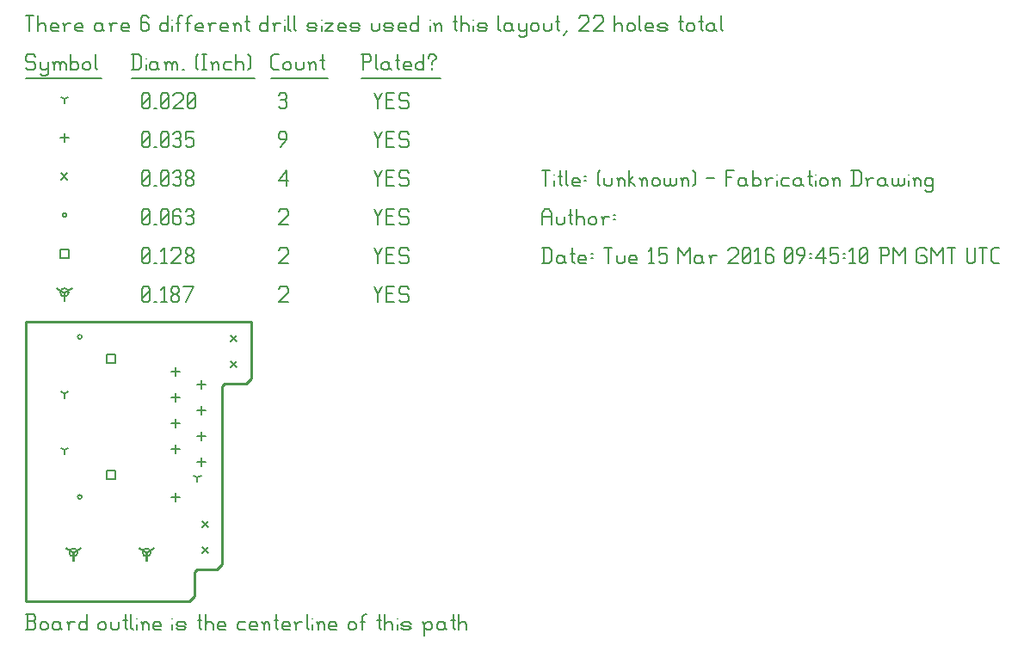
<source format=gbr>
G04 start of page 12 for group -3984 idx -3984 *
G04 Title: (unknown), fab *
G04 Creator: pcb 20140316 *
G04 CreationDate: Tue 15 Mar 2016 09:45:10 PM GMT UTC *
G04 For: commonadmin *
G04 Format: Gerber/RS-274X *
G04 PCB-Dimensions (mil): 900.00 1100.00 *
G04 PCB-Coordinate-Origin: lower left *
%MOIN*%
%FSLAX25Y25*%
%LNFAB*%
%ADD77C,0.0100*%
%ADD76C,0.0075*%
%ADD75C,0.0060*%
%ADD74C,0.0001*%
%ADD73R,0.0080X0.0080*%
G54D73*X18500Y20500D02*Y17300D01*
G54D74*G36*
X17954Y20647D02*X21420Y22646D01*
X21820Y21953D01*
X18353Y19954D01*
X17954Y20647D01*
G37*
G36*
X18647Y19954D02*X15180Y21953D01*
X15580Y22646D01*
X19046Y20647D01*
X18647Y19954D01*
G37*
G54D73*X16900Y20500D02*G75*G03X20100Y20500I1600J0D01*G01*
G75*G03X16900Y20500I-1600J0D01*G01*
X46846D02*Y17300D01*
G54D74*G36*
X46300Y20647D02*X49766Y22646D01*
X50166Y21953D01*
X46700Y19954D01*
X46300Y20647D01*
G37*
G36*
X46993Y19954D02*X43527Y21953D01*
X43927Y22646D01*
X47393Y20647D01*
X46993Y19954D01*
G37*
G54D73*X45246Y20500D02*G75*G03X48446Y20500I1600J0D01*G01*
G75*G03X45246Y20500I-1600J0D01*G01*
X15000Y121250D02*Y118050D01*
G54D74*G36*
X14454Y121397D02*X17920Y123396D01*
X18320Y122703D01*
X14853Y120704D01*
X14454Y121397D01*
G37*
G36*
X15147Y120704D02*X11680Y122703D01*
X12080Y123396D01*
X15546Y121397D01*
X15147Y120704D01*
G37*
G54D73*X13400Y121250D02*G75*G03X16600Y121250I1600J0D01*G01*
G75*G03X13400Y121250I-1600J0D01*G01*
G54D75*X135000Y123500D02*X136500Y120500D01*
X138000Y123500D01*
X136500Y120500D02*Y117500D01*
X139800Y120800D02*X142050D01*
X139800Y117500D02*X142800D01*
X139800Y123500D02*Y117500D01*
Y123500D02*X142800D01*
X147600D02*X148350Y122750D01*
X145350Y123500D02*X147600D01*
X144600Y122750D02*X145350Y123500D01*
X144600Y122750D02*Y121250D01*
X145350Y120500D01*
X147600D01*
X148350Y119750D01*
Y118250D01*
X147600Y117500D02*X148350Y118250D01*
X145350Y117500D02*X147600D01*
X144600Y118250D02*X145350Y117500D01*
X98000Y122750D02*X98750Y123500D01*
X101000D01*
X101750Y122750D01*
Y121250D01*
X98000Y117500D02*X101750Y121250D01*
X98000Y117500D02*X101750D01*
X45000Y118250D02*X45750Y117500D01*
X45000Y122750D02*Y118250D01*
Y122750D02*X45750Y123500D01*
X47250D01*
X48000Y122750D01*
Y118250D01*
X47250Y117500D02*X48000Y118250D01*
X45750Y117500D02*X47250D01*
X45000Y119000D02*X48000Y122000D01*
X49800Y117500D02*X50550D01*
X52350Y122300D02*X53550Y123500D01*
Y117500D01*
X52350D02*X54600D01*
X56400Y118250D02*X57150Y117500D01*
X56400Y119450D02*Y118250D01*
Y119450D02*X57450Y120500D01*
X58350D01*
X59400Y119450D01*
Y118250D01*
X58650Y117500D02*X59400Y118250D01*
X57150Y117500D02*X58650D01*
X56400Y121550D02*X57450Y120500D01*
X56400Y122750D02*Y121550D01*
Y122750D02*X57150Y123500D01*
X58650D01*
X59400Y122750D01*
Y121550D01*
X58350Y120500D02*X59400Y121550D01*
X61950Y117500D02*X64950Y123500D01*
X61200D02*X64950D01*
X31400Y97100D02*X34600D01*
X31400D02*Y93900D01*
X34600D01*
Y97100D02*Y93900D01*
X31400Y52100D02*X34600D01*
X31400D02*Y48900D01*
X34600D01*
Y52100D02*Y48900D01*
X13400Y137850D02*X16600D01*
X13400D02*Y134650D01*
X16600D01*
Y137850D02*Y134650D01*
X135000Y138500D02*X136500Y135500D01*
X138000Y138500D01*
X136500Y135500D02*Y132500D01*
X139800Y135800D02*X142050D01*
X139800Y132500D02*X142800D01*
X139800Y138500D02*Y132500D01*
Y138500D02*X142800D01*
X147600D02*X148350Y137750D01*
X145350Y138500D02*X147600D01*
X144600Y137750D02*X145350Y138500D01*
X144600Y137750D02*Y136250D01*
X145350Y135500D01*
X147600D01*
X148350Y134750D01*
Y133250D01*
X147600Y132500D02*X148350Y133250D01*
X145350Y132500D02*X147600D01*
X144600Y133250D02*X145350Y132500D01*
X98000Y137750D02*X98750Y138500D01*
X101000D01*
X101750Y137750D01*
Y136250D01*
X98000Y132500D02*X101750Y136250D01*
X98000Y132500D02*X101750D01*
X45000Y133250D02*X45750Y132500D01*
X45000Y137750D02*Y133250D01*
Y137750D02*X45750Y138500D01*
X47250D01*
X48000Y137750D01*
Y133250D01*
X47250Y132500D02*X48000Y133250D01*
X45750Y132500D02*X47250D01*
X45000Y134000D02*X48000Y137000D01*
X49800Y132500D02*X50550D01*
X52350Y137300D02*X53550Y138500D01*
Y132500D01*
X52350D02*X54600D01*
X56400Y137750D02*X57150Y138500D01*
X59400D01*
X60150Y137750D01*
Y136250D01*
X56400Y132500D02*X60150Y136250D01*
X56400Y132500D02*X60150D01*
X61950Y133250D02*X62700Y132500D01*
X61950Y134450D02*Y133250D01*
Y134450D02*X63000Y135500D01*
X63900D01*
X64950Y134450D01*
Y133250D01*
X64200Y132500D02*X64950Y133250D01*
X62700Y132500D02*X64200D01*
X61950Y136550D02*X63000Y135500D01*
X61950Y137750D02*Y136550D01*
Y137750D02*X62700Y138500D01*
X64200D01*
X64950Y137750D01*
Y136550D01*
X63900Y135500D02*X64950Y136550D01*
X20192Y104043D02*G75*G03X21792Y104043I800J0D01*G01*
G75*G03X20192Y104043I-800J0D01*G01*
Y42035D02*G75*G03X21792Y42035I800J0D01*G01*
G75*G03X20192Y42035I-800J0D01*G01*
X14200Y151250D02*G75*G03X15800Y151250I800J0D01*G01*
G75*G03X14200Y151250I-800J0D01*G01*
X135000Y153500D02*X136500Y150500D01*
X138000Y153500D01*
X136500Y150500D02*Y147500D01*
X139800Y150800D02*X142050D01*
X139800Y147500D02*X142800D01*
X139800Y153500D02*Y147500D01*
Y153500D02*X142800D01*
X147600D02*X148350Y152750D01*
X145350Y153500D02*X147600D01*
X144600Y152750D02*X145350Y153500D01*
X144600Y152750D02*Y151250D01*
X145350Y150500D01*
X147600D01*
X148350Y149750D01*
Y148250D01*
X147600Y147500D02*X148350Y148250D01*
X145350Y147500D02*X147600D01*
X144600Y148250D02*X145350Y147500D01*
X98000Y152750D02*X98750Y153500D01*
X101000D01*
X101750Y152750D01*
Y151250D01*
X98000Y147500D02*X101750Y151250D01*
X98000Y147500D02*X101750D01*
X45000Y148250D02*X45750Y147500D01*
X45000Y152750D02*Y148250D01*
Y152750D02*X45750Y153500D01*
X47250D01*
X48000Y152750D01*
Y148250D01*
X47250Y147500D02*X48000Y148250D01*
X45750Y147500D02*X47250D01*
X45000Y149000D02*X48000Y152000D01*
X49800Y147500D02*X50550D01*
X52350Y148250D02*X53100Y147500D01*
X52350Y152750D02*Y148250D01*
Y152750D02*X53100Y153500D01*
X54600D01*
X55350Y152750D01*
Y148250D01*
X54600Y147500D02*X55350Y148250D01*
X53100Y147500D02*X54600D01*
X52350Y149000D02*X55350Y152000D01*
X59400Y153500D02*X60150Y152750D01*
X57900Y153500D02*X59400D01*
X57150Y152750D02*X57900Y153500D01*
X57150Y152750D02*Y148250D01*
X57900Y147500D01*
X59400Y150800D02*X60150Y150050D01*
X57150Y150800D02*X59400D01*
X57900Y147500D02*X59400D01*
X60150Y148250D01*
Y150050D02*Y148250D01*
X61950Y152750D02*X62700Y153500D01*
X64200D01*
X64950Y152750D01*
X64200Y147500D02*X64950Y148250D01*
X62700Y147500D02*X64200D01*
X61950Y148250D02*X62700Y147500D01*
Y150800D02*X64200D01*
X64950Y152750D02*Y151550D01*
Y150050D02*Y148250D01*
Y150050D02*X64200Y150800D01*
X64950Y151550D02*X64200Y150800D01*
X68300Y22700D02*X70700Y20300D01*
X68300D02*X70700Y22700D01*
X68300Y32700D02*X70700Y30300D01*
X68300D02*X70700Y32700D01*
X79300Y94700D02*X81700Y92300D01*
X79300D02*X81700Y94700D01*
X79300Y104700D02*X81700Y102300D01*
X79300D02*X81700Y104700D01*
X13800Y167450D02*X16200Y165050D01*
X13800D02*X16200Y167450D01*
X135000Y168500D02*X136500Y165500D01*
X138000Y168500D01*
X136500Y165500D02*Y162500D01*
X139800Y165800D02*X142050D01*
X139800Y162500D02*X142800D01*
X139800Y168500D02*Y162500D01*
Y168500D02*X142800D01*
X147600D02*X148350Y167750D01*
X145350Y168500D02*X147600D01*
X144600Y167750D02*X145350Y168500D01*
X144600Y167750D02*Y166250D01*
X145350Y165500D01*
X147600D01*
X148350Y164750D01*
Y163250D01*
X147600Y162500D02*X148350Y163250D01*
X145350Y162500D02*X147600D01*
X144600Y163250D02*X145350Y162500D01*
X98000Y164750D02*X101000Y168500D01*
X98000Y164750D02*X101750D01*
X101000Y168500D02*Y162500D01*
X45000Y163250D02*X45750Y162500D01*
X45000Y167750D02*Y163250D01*
Y167750D02*X45750Y168500D01*
X47250D01*
X48000Y167750D01*
Y163250D01*
X47250Y162500D02*X48000Y163250D01*
X45750Y162500D02*X47250D01*
X45000Y164000D02*X48000Y167000D01*
X49800Y162500D02*X50550D01*
X52350Y163250D02*X53100Y162500D01*
X52350Y167750D02*Y163250D01*
Y167750D02*X53100Y168500D01*
X54600D01*
X55350Y167750D01*
Y163250D01*
X54600Y162500D02*X55350Y163250D01*
X53100Y162500D02*X54600D01*
X52350Y164000D02*X55350Y167000D01*
X57150Y167750D02*X57900Y168500D01*
X59400D01*
X60150Y167750D01*
X59400Y162500D02*X60150Y163250D01*
X57900Y162500D02*X59400D01*
X57150Y163250D02*X57900Y162500D01*
Y165800D02*X59400D01*
X60150Y167750D02*Y166550D01*
Y165050D02*Y163250D01*
Y165050D02*X59400Y165800D01*
X60150Y166550D02*X59400Y165800D01*
X61950Y163250D02*X62700Y162500D01*
X61950Y164450D02*Y163250D01*
Y164450D02*X63000Y165500D01*
X63900D01*
X64950Y164450D01*
Y163250D01*
X64200Y162500D02*X64950Y163250D01*
X62700Y162500D02*X64200D01*
X61950Y166550D02*X63000Y165500D01*
X61950Y167750D02*Y166550D01*
Y167750D02*X62700Y168500D01*
X64200D01*
X64950Y167750D01*
Y166550D01*
X63900Y165500D02*X64950Y166550D01*
X58000Y43600D02*Y40400D01*
X56400Y42000D02*X59600D01*
X68000Y87100D02*Y83900D01*
X66400Y85500D02*X69600D01*
X68000Y77100D02*Y73900D01*
X66400Y75500D02*X69600D01*
X68000Y67100D02*Y63900D01*
X66400Y65500D02*X69600D01*
X68000Y57100D02*Y53900D01*
X66400Y55500D02*X69600D01*
X58000Y92100D02*Y88900D01*
X56400Y90500D02*X59600D01*
X58000Y82100D02*Y78900D01*
X56400Y80500D02*X59600D01*
X58000Y72100D02*Y68900D01*
X56400Y70500D02*X59600D01*
X58000Y62100D02*Y58900D01*
X56400Y60500D02*X59600D01*
X15000Y182850D02*Y179650D01*
X13400Y181250D02*X16600D01*
X135000Y183500D02*X136500Y180500D01*
X138000Y183500D01*
X136500Y180500D02*Y177500D01*
X139800Y180800D02*X142050D01*
X139800Y177500D02*X142800D01*
X139800Y183500D02*Y177500D01*
Y183500D02*X142800D01*
X147600D02*X148350Y182750D01*
X145350Y183500D02*X147600D01*
X144600Y182750D02*X145350Y183500D01*
X144600Y182750D02*Y181250D01*
X145350Y180500D01*
X147600D01*
X148350Y179750D01*
Y178250D01*
X147600Y177500D02*X148350Y178250D01*
X145350Y177500D02*X147600D01*
X144600Y178250D02*X145350Y177500D01*
X98750D02*X101000Y180500D01*
Y182750D02*Y180500D01*
X100250Y183500D02*X101000Y182750D01*
X98750Y183500D02*X100250D01*
X98000Y182750D02*X98750Y183500D01*
X98000Y182750D02*Y181250D01*
X98750Y180500D01*
X101000D01*
X45000Y178250D02*X45750Y177500D01*
X45000Y182750D02*Y178250D01*
Y182750D02*X45750Y183500D01*
X47250D01*
X48000Y182750D01*
Y178250D01*
X47250Y177500D02*X48000Y178250D01*
X45750Y177500D02*X47250D01*
X45000Y179000D02*X48000Y182000D01*
X49800Y177500D02*X50550D01*
X52350Y178250D02*X53100Y177500D01*
X52350Y182750D02*Y178250D01*
Y182750D02*X53100Y183500D01*
X54600D01*
X55350Y182750D01*
Y178250D01*
X54600Y177500D02*X55350Y178250D01*
X53100Y177500D02*X54600D01*
X52350Y179000D02*X55350Y182000D01*
X57150Y182750D02*X57900Y183500D01*
X59400D01*
X60150Y182750D01*
X59400Y177500D02*X60150Y178250D01*
X57900Y177500D02*X59400D01*
X57150Y178250D02*X57900Y177500D01*
Y180800D02*X59400D01*
X60150Y182750D02*Y181550D01*
Y180050D02*Y178250D01*
Y180050D02*X59400Y180800D01*
X60150Y181550D02*X59400Y180800D01*
X61950Y183500D02*X64950D01*
X61950D02*Y180500D01*
X62700Y181250D01*
X64200D01*
X64950Y180500D01*
Y178250D01*
X64200Y177500D02*X64950Y178250D01*
X62700Y177500D02*X64200D01*
X61950Y178250D02*X62700Y177500D01*
X15000Y82000D02*Y80400D01*
Y82000D02*X16387Y82800D01*
X15000Y82000D02*X13613Y82800D01*
X15000Y60200D02*Y58600D01*
Y60200D02*X16387Y61000D01*
X15000Y60200D02*X13613Y61000D01*
X66500Y49500D02*Y47900D01*
Y49500D02*X67887Y50300D01*
X66500Y49500D02*X65113Y50300D01*
X15000Y196250D02*Y194650D01*
Y196250D02*X16387Y197050D01*
X15000Y196250D02*X13613Y197050D01*
X135000Y198500D02*X136500Y195500D01*
X138000Y198500D01*
X136500Y195500D02*Y192500D01*
X139800Y195800D02*X142050D01*
X139800Y192500D02*X142800D01*
X139800Y198500D02*Y192500D01*
Y198500D02*X142800D01*
X147600D02*X148350Y197750D01*
X145350Y198500D02*X147600D01*
X144600Y197750D02*X145350Y198500D01*
X144600Y197750D02*Y196250D01*
X145350Y195500D01*
X147600D01*
X148350Y194750D01*
Y193250D01*
X147600Y192500D02*X148350Y193250D01*
X145350Y192500D02*X147600D01*
X144600Y193250D02*X145350Y192500D01*
X98000Y197750D02*X98750Y198500D01*
X100250D01*
X101000Y197750D01*
X100250Y192500D02*X101000Y193250D01*
X98750Y192500D02*X100250D01*
X98000Y193250D02*X98750Y192500D01*
Y195800D02*X100250D01*
X101000Y197750D02*Y196550D01*
Y195050D02*Y193250D01*
Y195050D02*X100250Y195800D01*
X101000Y196550D02*X100250Y195800D01*
X45000Y193250D02*X45750Y192500D01*
X45000Y197750D02*Y193250D01*
Y197750D02*X45750Y198500D01*
X47250D01*
X48000Y197750D01*
Y193250D01*
X47250Y192500D02*X48000Y193250D01*
X45750Y192500D02*X47250D01*
X45000Y194000D02*X48000Y197000D01*
X49800Y192500D02*X50550D01*
X52350Y193250D02*X53100Y192500D01*
X52350Y197750D02*Y193250D01*
Y197750D02*X53100Y198500D01*
X54600D01*
X55350Y197750D01*
Y193250D01*
X54600Y192500D02*X55350Y193250D01*
X53100Y192500D02*X54600D01*
X52350Y194000D02*X55350Y197000D01*
X57150Y197750D02*X57900Y198500D01*
X60150D01*
X60900Y197750D01*
Y196250D01*
X57150Y192500D02*X60900Y196250D01*
X57150Y192500D02*X60900D01*
X62700Y193250D02*X63450Y192500D01*
X62700Y197750D02*Y193250D01*
Y197750D02*X63450Y198500D01*
X64950D01*
X65700Y197750D01*
Y193250D01*
X64950Y192500D02*X65700Y193250D01*
X63450Y192500D02*X64950D01*
X62700Y194000D02*X65700Y197000D01*
X3000Y213500D02*X3750Y212750D01*
X750Y213500D02*X3000D01*
X0Y212750D02*X750Y213500D01*
X0Y212750D02*Y211250D01*
X750Y210500D01*
X3000D01*
X3750Y209750D01*
Y208250D01*
X3000Y207500D02*X3750Y208250D01*
X750Y207500D02*X3000D01*
X0Y208250D02*X750Y207500D01*
X5550Y210500D02*Y208250D01*
X6300Y207500D01*
X8550Y210500D02*Y206000D01*
X7800Y205250D02*X8550Y206000D01*
X6300Y205250D02*X7800D01*
X5550Y206000D02*X6300Y205250D01*
Y207500D02*X7800D01*
X8550Y208250D01*
X11100Y209750D02*Y207500D01*
Y209750D02*X11850Y210500D01*
X12600D01*
X13350Y209750D01*
Y207500D01*
Y209750D02*X14100Y210500D01*
X14850D01*
X15600Y209750D01*
Y207500D01*
X10350Y210500D02*X11100Y209750D01*
X17400Y213500D02*Y207500D01*
Y208250D02*X18150Y207500D01*
X19650D01*
X20400Y208250D01*
Y209750D02*Y208250D01*
X19650Y210500D02*X20400Y209750D01*
X18150Y210500D02*X19650D01*
X17400Y209750D02*X18150Y210500D01*
X22200Y209750D02*Y208250D01*
Y209750D02*X22950Y210500D01*
X24450D01*
X25200Y209750D01*
Y208250D01*
X24450Y207500D02*X25200Y208250D01*
X22950Y207500D02*X24450D01*
X22200Y208250D02*X22950Y207500D01*
X27000Y213500D02*Y208250D01*
X27750Y207500D01*
X0Y204250D02*X29250D01*
X41750Y213500D02*Y207500D01*
X43700Y213500D02*X44750Y212450D01*
Y208550D01*
X43700Y207500D02*X44750Y208550D01*
X41000Y207500D02*X43700D01*
X41000Y213500D02*X43700D01*
G54D76*X46550Y212000D02*Y211850D01*
G54D75*Y209750D02*Y207500D01*
X50300Y210500D02*X51050Y209750D01*
X48800Y210500D02*X50300D01*
X48050Y209750D02*X48800Y210500D01*
X48050Y209750D02*Y208250D01*
X48800Y207500D01*
X51050Y210500D02*Y208250D01*
X51800Y207500D01*
X48800D02*X50300D01*
X51050Y208250D01*
X54350Y209750D02*Y207500D01*
Y209750D02*X55100Y210500D01*
X55850D01*
X56600Y209750D01*
Y207500D01*
Y209750D02*X57350Y210500D01*
X58100D01*
X58850Y209750D01*
Y207500D01*
X53600Y210500D02*X54350Y209750D01*
X60650Y207500D02*X61400D01*
X65900Y208250D02*X66650Y207500D01*
X65900Y212750D02*X66650Y213500D01*
X65900Y212750D02*Y208250D01*
X68450Y213500D02*X69950D01*
X69200D02*Y207500D01*
X68450D02*X69950D01*
X72500Y209750D02*Y207500D01*
Y209750D02*X73250Y210500D01*
X74000D01*
X74750Y209750D01*
Y207500D01*
X71750Y210500D02*X72500Y209750D01*
X77300Y210500D02*X79550D01*
X76550Y209750D02*X77300Y210500D01*
X76550Y209750D02*Y208250D01*
X77300Y207500D01*
X79550D01*
X81350Y213500D02*Y207500D01*
Y209750D02*X82100Y210500D01*
X83600D01*
X84350Y209750D01*
Y207500D01*
X86150Y213500D02*X86900Y212750D01*
Y208250D01*
X86150Y207500D02*X86900Y208250D01*
X41000Y204250D02*X88700D01*
X96050Y207500D02*X98000D01*
X95000Y208550D02*X96050Y207500D01*
X95000Y212450D02*Y208550D01*
Y212450D02*X96050Y213500D01*
X98000D01*
X99800Y209750D02*Y208250D01*
Y209750D02*X100550Y210500D01*
X102050D01*
X102800Y209750D01*
Y208250D01*
X102050Y207500D02*X102800Y208250D01*
X100550Y207500D02*X102050D01*
X99800Y208250D02*X100550Y207500D01*
X104600Y210500D02*Y208250D01*
X105350Y207500D01*
X106850D01*
X107600Y208250D01*
Y210500D02*Y208250D01*
X110150Y209750D02*Y207500D01*
Y209750D02*X110900Y210500D01*
X111650D01*
X112400Y209750D01*
Y207500D01*
X109400Y210500D02*X110150Y209750D01*
X114950Y213500D02*Y208250D01*
X115700Y207500D01*
X114200Y211250D02*X115700D01*
X95000Y204250D02*X117200D01*
X130750Y213500D02*Y207500D01*
X130000Y213500D02*X133000D01*
X133750Y212750D01*
Y211250D01*
X133000Y210500D02*X133750Y211250D01*
X130750Y210500D02*X133000D01*
X135550Y213500D02*Y208250D01*
X136300Y207500D01*
X140050Y210500D02*X140800Y209750D01*
X138550Y210500D02*X140050D01*
X137800Y209750D02*X138550Y210500D01*
X137800Y209750D02*Y208250D01*
X138550Y207500D01*
X140800Y210500D02*Y208250D01*
X141550Y207500D01*
X138550D02*X140050D01*
X140800Y208250D01*
X144100Y213500D02*Y208250D01*
X144850Y207500D01*
X143350Y211250D02*X144850D01*
X147100Y207500D02*X149350D01*
X146350Y208250D02*X147100Y207500D01*
X146350Y209750D02*Y208250D01*
Y209750D02*X147100Y210500D01*
X148600D01*
X149350Y209750D01*
X146350Y209000D02*X149350D01*
Y209750D02*Y209000D01*
X154150Y213500D02*Y207500D01*
X153400D02*X154150Y208250D01*
X151900Y207500D02*X153400D01*
X151150Y208250D02*X151900Y207500D01*
X151150Y209750D02*Y208250D01*
Y209750D02*X151900Y210500D01*
X153400D01*
X154150Y209750D01*
X157450Y210500D02*Y209750D01*
Y208250D02*Y207500D01*
X155950Y212750D02*Y212000D01*
Y212750D02*X156700Y213500D01*
X158200D01*
X158950Y212750D01*
Y212000D01*
X157450Y210500D02*X158950Y212000D01*
X130000Y204250D02*X160750D01*
X0Y228500D02*X3000D01*
X1500D02*Y222500D01*
X4800Y228500D02*Y222500D01*
Y224750D02*X5550Y225500D01*
X7050D01*
X7800Y224750D01*
Y222500D01*
X10350D02*X12600D01*
X9600Y223250D02*X10350Y222500D01*
X9600Y224750D02*Y223250D01*
Y224750D02*X10350Y225500D01*
X11850D01*
X12600Y224750D01*
X9600Y224000D02*X12600D01*
Y224750D02*Y224000D01*
X15150Y224750D02*Y222500D01*
Y224750D02*X15900Y225500D01*
X17400D01*
X14400D02*X15150Y224750D01*
X19950Y222500D02*X22200D01*
X19200Y223250D02*X19950Y222500D01*
X19200Y224750D02*Y223250D01*
Y224750D02*X19950Y225500D01*
X21450D01*
X22200Y224750D01*
X19200Y224000D02*X22200D01*
Y224750D02*Y224000D01*
X28950Y225500D02*X29700Y224750D01*
X27450Y225500D02*X28950D01*
X26700Y224750D02*X27450Y225500D01*
X26700Y224750D02*Y223250D01*
X27450Y222500D01*
X29700Y225500D02*Y223250D01*
X30450Y222500D01*
X27450D02*X28950D01*
X29700Y223250D01*
X33000Y224750D02*Y222500D01*
Y224750D02*X33750Y225500D01*
X35250D01*
X32250D02*X33000Y224750D01*
X37800Y222500D02*X40050D01*
X37050Y223250D02*X37800Y222500D01*
X37050Y224750D02*Y223250D01*
Y224750D02*X37800Y225500D01*
X39300D01*
X40050Y224750D01*
X37050Y224000D02*X40050D01*
Y224750D02*Y224000D01*
X46800Y228500D02*X47550Y227750D01*
X45300Y228500D02*X46800D01*
X44550Y227750D02*X45300Y228500D01*
X44550Y227750D02*Y223250D01*
X45300Y222500D01*
X46800Y225800D02*X47550Y225050D01*
X44550Y225800D02*X46800D01*
X45300Y222500D02*X46800D01*
X47550Y223250D01*
Y225050D02*Y223250D01*
X55050Y228500D02*Y222500D01*
X54300D02*X55050Y223250D01*
X52800Y222500D02*X54300D01*
X52050Y223250D02*X52800Y222500D01*
X52050Y224750D02*Y223250D01*
Y224750D02*X52800Y225500D01*
X54300D01*
X55050Y224750D01*
G54D76*X56850Y227000D02*Y226850D01*
G54D75*Y224750D02*Y222500D01*
X59100Y227750D02*Y222500D01*
Y227750D02*X59850Y228500D01*
X60600D01*
X58350Y225500D02*X59850D01*
X62850Y227750D02*Y222500D01*
Y227750D02*X63600Y228500D01*
X64350D01*
X62100Y225500D02*X63600D01*
X66600Y222500D02*X68850D01*
X65850Y223250D02*X66600Y222500D01*
X65850Y224750D02*Y223250D01*
Y224750D02*X66600Y225500D01*
X68100D01*
X68850Y224750D01*
X65850Y224000D02*X68850D01*
Y224750D02*Y224000D01*
X71400Y224750D02*Y222500D01*
Y224750D02*X72150Y225500D01*
X73650D01*
X70650D02*X71400Y224750D01*
X76200Y222500D02*X78450D01*
X75450Y223250D02*X76200Y222500D01*
X75450Y224750D02*Y223250D01*
Y224750D02*X76200Y225500D01*
X77700D01*
X78450Y224750D01*
X75450Y224000D02*X78450D01*
Y224750D02*Y224000D01*
X81000Y224750D02*Y222500D01*
Y224750D02*X81750Y225500D01*
X82500D01*
X83250Y224750D01*
Y222500D01*
X80250Y225500D02*X81000Y224750D01*
X85800Y228500D02*Y223250D01*
X86550Y222500D01*
X85050Y226250D02*X86550D01*
X93750Y228500D02*Y222500D01*
X93000D02*X93750Y223250D01*
X91500Y222500D02*X93000D01*
X90750Y223250D02*X91500Y222500D01*
X90750Y224750D02*Y223250D01*
Y224750D02*X91500Y225500D01*
X93000D01*
X93750Y224750D01*
X96300D02*Y222500D01*
Y224750D02*X97050Y225500D01*
X98550D01*
X95550D02*X96300Y224750D01*
G54D76*X100350Y227000D02*Y226850D01*
G54D75*Y224750D02*Y222500D01*
X101850Y228500D02*Y223250D01*
X102600Y222500D01*
X104100Y228500D02*Y223250D01*
X104850Y222500D01*
X109800D02*X112050D01*
X112800Y223250D01*
X112050Y224000D02*X112800Y223250D01*
X109800Y224000D02*X112050D01*
X109050Y224750D02*X109800Y224000D01*
X109050Y224750D02*X109800Y225500D01*
X112050D01*
X112800Y224750D01*
X109050Y223250D02*X109800Y222500D01*
G54D76*X114600Y227000D02*Y226850D01*
G54D75*Y224750D02*Y222500D01*
X116100Y225500D02*X119100D01*
X116100Y222500D02*X119100Y225500D01*
X116100Y222500D02*X119100D01*
X121650D02*X123900D01*
X120900Y223250D02*X121650Y222500D01*
X120900Y224750D02*Y223250D01*
Y224750D02*X121650Y225500D01*
X123150D01*
X123900Y224750D01*
X120900Y224000D02*X123900D01*
Y224750D02*Y224000D01*
X126450Y222500D02*X128700D01*
X129450Y223250D01*
X128700Y224000D02*X129450Y223250D01*
X126450Y224000D02*X128700D01*
X125700Y224750D02*X126450Y224000D01*
X125700Y224750D02*X126450Y225500D01*
X128700D01*
X129450Y224750D01*
X125700Y223250D02*X126450Y222500D01*
X133950Y225500D02*Y223250D01*
X134700Y222500D01*
X136200D01*
X136950Y223250D01*
Y225500D02*Y223250D01*
X139500Y222500D02*X141750D01*
X142500Y223250D01*
X141750Y224000D02*X142500Y223250D01*
X139500Y224000D02*X141750D01*
X138750Y224750D02*X139500Y224000D01*
X138750Y224750D02*X139500Y225500D01*
X141750D01*
X142500Y224750D01*
X138750Y223250D02*X139500Y222500D01*
X145050D02*X147300D01*
X144300Y223250D02*X145050Y222500D01*
X144300Y224750D02*Y223250D01*
Y224750D02*X145050Y225500D01*
X146550D01*
X147300Y224750D01*
X144300Y224000D02*X147300D01*
Y224750D02*Y224000D01*
X152100Y228500D02*Y222500D01*
X151350D02*X152100Y223250D01*
X149850Y222500D02*X151350D01*
X149100Y223250D02*X149850Y222500D01*
X149100Y224750D02*Y223250D01*
Y224750D02*X149850Y225500D01*
X151350D01*
X152100Y224750D01*
G54D76*X156600Y227000D02*Y226850D01*
G54D75*Y224750D02*Y222500D01*
X158850Y224750D02*Y222500D01*
Y224750D02*X159600Y225500D01*
X160350D01*
X161100Y224750D01*
Y222500D01*
X158100Y225500D02*X158850Y224750D01*
X166350Y228500D02*Y223250D01*
X167100Y222500D01*
X165600Y226250D02*X167100D01*
X168600Y228500D02*Y222500D01*
Y224750D02*X169350Y225500D01*
X170850D01*
X171600Y224750D01*
Y222500D01*
G54D76*X173400Y227000D02*Y226850D01*
G54D75*Y224750D02*Y222500D01*
X175650D02*X177900D01*
X178650Y223250D01*
X177900Y224000D02*X178650Y223250D01*
X175650Y224000D02*X177900D01*
X174900Y224750D02*X175650Y224000D01*
X174900Y224750D02*X175650Y225500D01*
X177900D01*
X178650Y224750D01*
X174900Y223250D02*X175650Y222500D01*
X183150Y228500D02*Y223250D01*
X183900Y222500D01*
X187650Y225500D02*X188400Y224750D01*
X186150Y225500D02*X187650D01*
X185400Y224750D02*X186150Y225500D01*
X185400Y224750D02*Y223250D01*
X186150Y222500D01*
X188400Y225500D02*Y223250D01*
X189150Y222500D01*
X186150D02*X187650D01*
X188400Y223250D01*
X190950Y225500D02*Y223250D01*
X191700Y222500D01*
X193950Y225500D02*Y221000D01*
X193200Y220250D02*X193950Y221000D01*
X191700Y220250D02*X193200D01*
X190950Y221000D02*X191700Y220250D01*
Y222500D02*X193200D01*
X193950Y223250D01*
X195750Y224750D02*Y223250D01*
Y224750D02*X196500Y225500D01*
X198000D01*
X198750Y224750D01*
Y223250D01*
X198000Y222500D02*X198750Y223250D01*
X196500Y222500D02*X198000D01*
X195750Y223250D02*X196500Y222500D01*
X200550Y225500D02*Y223250D01*
X201300Y222500D01*
X202800D01*
X203550Y223250D01*
Y225500D02*Y223250D01*
X206100Y228500D02*Y223250D01*
X206850Y222500D01*
X205350Y226250D02*X206850D01*
X208350Y221000D02*X209850Y222500D01*
X214350Y227750D02*X215100Y228500D01*
X217350D01*
X218100Y227750D01*
Y226250D01*
X214350Y222500D02*X218100Y226250D01*
X214350Y222500D02*X218100D01*
X219900Y227750D02*X220650Y228500D01*
X222900D01*
X223650Y227750D01*
Y226250D01*
X219900Y222500D02*X223650Y226250D01*
X219900Y222500D02*X223650D01*
X228150Y228500D02*Y222500D01*
Y224750D02*X228900Y225500D01*
X230400D01*
X231150Y224750D01*
Y222500D01*
X232950Y224750D02*Y223250D01*
Y224750D02*X233700Y225500D01*
X235200D01*
X235950Y224750D01*
Y223250D01*
X235200Y222500D02*X235950Y223250D01*
X233700Y222500D02*X235200D01*
X232950Y223250D02*X233700Y222500D01*
X237750Y228500D02*Y223250D01*
X238500Y222500D01*
X240750D02*X243000D01*
X240000Y223250D02*X240750Y222500D01*
X240000Y224750D02*Y223250D01*
Y224750D02*X240750Y225500D01*
X242250D01*
X243000Y224750D01*
X240000Y224000D02*X243000D01*
Y224750D02*Y224000D01*
X245550Y222500D02*X247800D01*
X248550Y223250D01*
X247800Y224000D02*X248550Y223250D01*
X245550Y224000D02*X247800D01*
X244800Y224750D02*X245550Y224000D01*
X244800Y224750D02*X245550Y225500D01*
X247800D01*
X248550Y224750D01*
X244800Y223250D02*X245550Y222500D01*
X253800Y228500D02*Y223250D01*
X254550Y222500D01*
X253050Y226250D02*X254550D01*
X256050Y224750D02*Y223250D01*
Y224750D02*X256800Y225500D01*
X258300D01*
X259050Y224750D01*
Y223250D01*
X258300Y222500D02*X259050Y223250D01*
X256800Y222500D02*X258300D01*
X256050Y223250D02*X256800Y222500D01*
X261600Y228500D02*Y223250D01*
X262350Y222500D01*
X260850Y226250D02*X262350D01*
X266100Y225500D02*X266850Y224750D01*
X264600Y225500D02*X266100D01*
X263850Y224750D02*X264600Y225500D01*
X263850Y224750D02*Y223250D01*
X264600Y222500D01*
X266850Y225500D02*Y223250D01*
X267600Y222500D01*
X264600D02*X266100D01*
X266850Y223250D01*
X269400Y228500D02*Y223250D01*
X270150Y222500D01*
G54D77*X0Y110000D02*Y1500D01*
X63500D01*
X65500Y3500D01*
Y13000D01*
X66500Y14000D01*
X74000D01*
X76000Y16000D01*
Y85000D01*
X77000Y86000D01*
X85500D01*
X87500Y88000D01*
Y109500D01*
X0Y110000D02*X87500D01*
Y109000D01*
G54D75*X0Y-9500D02*X3000D01*
X3750Y-8750D01*
Y-6950D02*Y-8750D01*
X3000Y-6200D02*X3750Y-6950D01*
X750Y-6200D02*X3000D01*
X750Y-3500D02*Y-9500D01*
X0Y-3500D02*X3000D01*
X3750Y-4250D01*
Y-5450D01*
X3000Y-6200D02*X3750Y-5450D01*
X5550Y-7250D02*Y-8750D01*
Y-7250D02*X6300Y-6500D01*
X7800D01*
X8550Y-7250D01*
Y-8750D01*
X7800Y-9500D02*X8550Y-8750D01*
X6300Y-9500D02*X7800D01*
X5550Y-8750D02*X6300Y-9500D01*
X12600Y-6500D02*X13350Y-7250D01*
X11100Y-6500D02*X12600D01*
X10350Y-7250D02*X11100Y-6500D01*
X10350Y-7250D02*Y-8750D01*
X11100Y-9500D01*
X13350Y-6500D02*Y-8750D01*
X14100Y-9500D01*
X11100D02*X12600D01*
X13350Y-8750D01*
X16650Y-7250D02*Y-9500D01*
Y-7250D02*X17400Y-6500D01*
X18900D01*
X15900D02*X16650Y-7250D01*
X23700Y-3500D02*Y-9500D01*
X22950D02*X23700Y-8750D01*
X21450Y-9500D02*X22950D01*
X20700Y-8750D02*X21450Y-9500D01*
X20700Y-7250D02*Y-8750D01*
Y-7250D02*X21450Y-6500D01*
X22950D01*
X23700Y-7250D01*
X28200D02*Y-8750D01*
Y-7250D02*X28950Y-6500D01*
X30450D01*
X31200Y-7250D01*
Y-8750D01*
X30450Y-9500D02*X31200Y-8750D01*
X28950Y-9500D02*X30450D01*
X28200Y-8750D02*X28950Y-9500D01*
X33000Y-6500D02*Y-8750D01*
X33750Y-9500D01*
X35250D01*
X36000Y-8750D01*
Y-6500D02*Y-8750D01*
X38550Y-3500D02*Y-8750D01*
X39300Y-9500D01*
X37800Y-5750D02*X39300D01*
X40800Y-3500D02*Y-8750D01*
X41550Y-9500D01*
G54D76*X43050Y-5000D02*Y-5150D01*
G54D75*Y-7250D02*Y-9500D01*
X45300Y-7250D02*Y-9500D01*
Y-7250D02*X46050Y-6500D01*
X46800D01*
X47550Y-7250D01*
Y-9500D01*
X44550Y-6500D02*X45300Y-7250D01*
X50100Y-9500D02*X52350D01*
X49350Y-8750D02*X50100Y-9500D01*
X49350Y-7250D02*Y-8750D01*
Y-7250D02*X50100Y-6500D01*
X51600D01*
X52350Y-7250D01*
X49350Y-8000D02*X52350D01*
Y-7250D02*Y-8000D01*
G54D76*X56850Y-5000D02*Y-5150D01*
G54D75*Y-7250D02*Y-9500D01*
X59100D02*X61350D01*
X62100Y-8750D01*
X61350Y-8000D02*X62100Y-8750D01*
X59100Y-8000D02*X61350D01*
X58350Y-7250D02*X59100Y-8000D01*
X58350Y-7250D02*X59100Y-6500D01*
X61350D01*
X62100Y-7250D01*
X58350Y-8750D02*X59100Y-9500D01*
X67350Y-3500D02*Y-8750D01*
X68100Y-9500D01*
X66600Y-5750D02*X68100D01*
X69600Y-3500D02*Y-9500D01*
Y-7250D02*X70350Y-6500D01*
X71850D01*
X72600Y-7250D01*
Y-9500D01*
X75150D02*X77400D01*
X74400Y-8750D02*X75150Y-9500D01*
X74400Y-7250D02*Y-8750D01*
Y-7250D02*X75150Y-6500D01*
X76650D01*
X77400Y-7250D01*
X74400Y-8000D02*X77400D01*
Y-7250D02*Y-8000D01*
X82650Y-6500D02*X84900D01*
X81900Y-7250D02*X82650Y-6500D01*
X81900Y-7250D02*Y-8750D01*
X82650Y-9500D01*
X84900D01*
X87450D02*X89700D01*
X86700Y-8750D02*X87450Y-9500D01*
X86700Y-7250D02*Y-8750D01*
Y-7250D02*X87450Y-6500D01*
X88950D01*
X89700Y-7250D01*
X86700Y-8000D02*X89700D01*
Y-7250D02*Y-8000D01*
X92250Y-7250D02*Y-9500D01*
Y-7250D02*X93000Y-6500D01*
X93750D01*
X94500Y-7250D01*
Y-9500D01*
X91500Y-6500D02*X92250Y-7250D01*
X97050Y-3500D02*Y-8750D01*
X97800Y-9500D01*
X96300Y-5750D02*X97800D01*
X100050Y-9500D02*X102300D01*
X99300Y-8750D02*X100050Y-9500D01*
X99300Y-7250D02*Y-8750D01*
Y-7250D02*X100050Y-6500D01*
X101550D01*
X102300Y-7250D01*
X99300Y-8000D02*X102300D01*
Y-7250D02*Y-8000D01*
X104850Y-7250D02*Y-9500D01*
Y-7250D02*X105600Y-6500D01*
X107100D01*
X104100D02*X104850Y-7250D01*
X108900Y-3500D02*Y-8750D01*
X109650Y-9500D01*
G54D76*X111150Y-5000D02*Y-5150D01*
G54D75*Y-7250D02*Y-9500D01*
X113400Y-7250D02*Y-9500D01*
Y-7250D02*X114150Y-6500D01*
X114900D01*
X115650Y-7250D01*
Y-9500D01*
X112650Y-6500D02*X113400Y-7250D01*
X118200Y-9500D02*X120450D01*
X117450Y-8750D02*X118200Y-9500D01*
X117450Y-7250D02*Y-8750D01*
Y-7250D02*X118200Y-6500D01*
X119700D01*
X120450Y-7250D01*
X117450Y-8000D02*X120450D01*
Y-7250D02*Y-8000D01*
X124950Y-7250D02*Y-8750D01*
Y-7250D02*X125700Y-6500D01*
X127200D01*
X127950Y-7250D01*
Y-8750D01*
X127200Y-9500D02*X127950Y-8750D01*
X125700Y-9500D02*X127200D01*
X124950Y-8750D02*X125700Y-9500D01*
X130500Y-4250D02*Y-9500D01*
Y-4250D02*X131250Y-3500D01*
X132000D01*
X129750Y-6500D02*X131250D01*
X136950Y-3500D02*Y-8750D01*
X137700Y-9500D01*
X136200Y-5750D02*X137700D01*
X139200Y-3500D02*Y-9500D01*
Y-7250D02*X139950Y-6500D01*
X141450D01*
X142200Y-7250D01*
Y-9500D01*
G54D76*X144000Y-5000D02*Y-5150D01*
G54D75*Y-7250D02*Y-9500D01*
X146250D02*X148500D01*
X149250Y-8750D01*
X148500Y-8000D02*X149250Y-8750D01*
X146250Y-8000D02*X148500D01*
X145500Y-7250D02*X146250Y-8000D01*
X145500Y-7250D02*X146250Y-6500D01*
X148500D01*
X149250Y-7250D01*
X145500Y-8750D02*X146250Y-9500D01*
X154500Y-7250D02*Y-11750D01*
X153750Y-6500D02*X154500Y-7250D01*
X155250Y-6500D01*
X156750D01*
X157500Y-7250D01*
Y-8750D01*
X156750Y-9500D02*X157500Y-8750D01*
X155250Y-9500D02*X156750D01*
X154500Y-8750D02*X155250Y-9500D01*
X161550Y-6500D02*X162300Y-7250D01*
X160050Y-6500D02*X161550D01*
X159300Y-7250D02*X160050Y-6500D01*
X159300Y-7250D02*Y-8750D01*
X160050Y-9500D01*
X162300Y-6500D02*Y-8750D01*
X163050Y-9500D01*
X160050D02*X161550D01*
X162300Y-8750D01*
X165600Y-3500D02*Y-8750D01*
X166350Y-9500D01*
X164850Y-5750D02*X166350D01*
X167850Y-3500D02*Y-9500D01*
Y-7250D02*X168600Y-6500D01*
X170100D01*
X170850Y-7250D01*
Y-9500D01*
X200750Y138500D02*Y132500D01*
X202700Y138500D02*X203750Y137450D01*
Y133550D01*
X202700Y132500D02*X203750Y133550D01*
X200000Y132500D02*X202700D01*
X200000Y138500D02*X202700D01*
X207800Y135500D02*X208550Y134750D01*
X206300Y135500D02*X207800D01*
X205550Y134750D02*X206300Y135500D01*
X205550Y134750D02*Y133250D01*
X206300Y132500D01*
X208550Y135500D02*Y133250D01*
X209300Y132500D01*
X206300D02*X207800D01*
X208550Y133250D01*
X211850Y138500D02*Y133250D01*
X212600Y132500D01*
X211100Y136250D02*X212600D01*
X214850Y132500D02*X217100D01*
X214100Y133250D02*X214850Y132500D01*
X214100Y134750D02*Y133250D01*
Y134750D02*X214850Y135500D01*
X216350D01*
X217100Y134750D01*
X214100Y134000D02*X217100D01*
Y134750D02*Y134000D01*
X218900Y136250D02*X219650D01*
X218900Y134750D02*X219650D01*
X224150Y138500D02*X227150D01*
X225650D02*Y132500D01*
X228950Y135500D02*Y133250D01*
X229700Y132500D01*
X231200D01*
X231950Y133250D01*
Y135500D02*Y133250D01*
X234500Y132500D02*X236750D01*
X233750Y133250D02*X234500Y132500D01*
X233750Y134750D02*Y133250D01*
Y134750D02*X234500Y135500D01*
X236000D01*
X236750Y134750D01*
X233750Y134000D02*X236750D01*
Y134750D02*Y134000D01*
X241250Y137300D02*X242450Y138500D01*
Y132500D01*
X241250D02*X243500D01*
X245300Y138500D02*X248300D01*
X245300D02*Y135500D01*
X246050Y136250D01*
X247550D01*
X248300Y135500D01*
Y133250D01*
X247550Y132500D02*X248300Y133250D01*
X246050Y132500D02*X247550D01*
X245300Y133250D02*X246050Y132500D01*
X252800Y138500D02*Y132500D01*
Y138500D02*X255050Y135500D01*
X257300Y138500D01*
Y132500D01*
X261350Y135500D02*X262100Y134750D01*
X259850Y135500D02*X261350D01*
X259100Y134750D02*X259850Y135500D01*
X259100Y134750D02*Y133250D01*
X259850Y132500D01*
X262100Y135500D02*Y133250D01*
X262850Y132500D01*
X259850D02*X261350D01*
X262100Y133250D01*
X265400Y134750D02*Y132500D01*
Y134750D02*X266150Y135500D01*
X267650D01*
X264650D02*X265400Y134750D01*
X272150Y137750D02*X272900Y138500D01*
X275150D01*
X275900Y137750D01*
Y136250D01*
X272150Y132500D02*X275900Y136250D01*
X272150Y132500D02*X275900D01*
X277700Y133250D02*X278450Y132500D01*
X277700Y137750D02*Y133250D01*
Y137750D02*X278450Y138500D01*
X279950D01*
X280700Y137750D01*
Y133250D01*
X279950Y132500D02*X280700Y133250D01*
X278450Y132500D02*X279950D01*
X277700Y134000D02*X280700Y137000D01*
X282500Y137300D02*X283700Y138500D01*
Y132500D01*
X282500D02*X284750D01*
X288800Y138500D02*X289550Y137750D01*
X287300Y138500D02*X288800D01*
X286550Y137750D02*X287300Y138500D01*
X286550Y137750D02*Y133250D01*
X287300Y132500D01*
X288800Y135800D02*X289550Y135050D01*
X286550Y135800D02*X288800D01*
X287300Y132500D02*X288800D01*
X289550Y133250D01*
Y135050D02*Y133250D01*
X294050D02*X294800Y132500D01*
X294050Y137750D02*Y133250D01*
Y137750D02*X294800Y138500D01*
X296300D01*
X297050Y137750D01*
Y133250D01*
X296300Y132500D02*X297050Y133250D01*
X294800Y132500D02*X296300D01*
X294050Y134000D02*X297050Y137000D01*
X299600Y132500D02*X301850Y135500D01*
Y137750D02*Y135500D01*
X301100Y138500D02*X301850Y137750D01*
X299600Y138500D02*X301100D01*
X298850Y137750D02*X299600Y138500D01*
X298850Y137750D02*Y136250D01*
X299600Y135500D01*
X301850D01*
X303650Y136250D02*X304400D01*
X303650Y134750D02*X304400D01*
X306200D02*X309200Y138500D01*
X306200Y134750D02*X309950D01*
X309200Y138500D02*Y132500D01*
X311750Y138500D02*X314750D01*
X311750D02*Y135500D01*
X312500Y136250D01*
X314000D01*
X314750Y135500D01*
Y133250D01*
X314000Y132500D02*X314750Y133250D01*
X312500Y132500D02*X314000D01*
X311750Y133250D02*X312500Y132500D01*
X316550Y136250D02*X317300D01*
X316550Y134750D02*X317300D01*
X319100Y137300D02*X320300Y138500D01*
Y132500D01*
X319100D02*X321350D01*
X323150Y133250D02*X323900Y132500D01*
X323150Y137750D02*Y133250D01*
Y137750D02*X323900Y138500D01*
X325400D01*
X326150Y137750D01*
Y133250D01*
X325400Y132500D02*X326150Y133250D01*
X323900Y132500D02*X325400D01*
X323150Y134000D02*X326150Y137000D01*
X331400Y138500D02*Y132500D01*
X330650Y138500D02*X333650D01*
X334400Y137750D01*
Y136250D01*
X333650Y135500D02*X334400Y136250D01*
X331400Y135500D02*X333650D01*
X336200Y138500D02*Y132500D01*
Y138500D02*X338450Y135500D01*
X340700Y138500D01*
Y132500D01*
X348200Y138500D02*X348950Y137750D01*
X345950Y138500D02*X348200D01*
X345200Y137750D02*X345950Y138500D01*
X345200Y137750D02*Y133250D01*
X345950Y132500D01*
X348200D01*
X348950Y133250D01*
Y134750D02*Y133250D01*
X348200Y135500D02*X348950Y134750D01*
X346700Y135500D02*X348200D01*
X350750Y138500D02*Y132500D01*
Y138500D02*X353000Y135500D01*
X355250Y138500D01*
Y132500D01*
X357050Y138500D02*X360050D01*
X358550D02*Y132500D01*
X364550Y138500D02*Y133250D01*
X365300Y132500D01*
X366800D01*
X367550Y133250D01*
Y138500D02*Y133250D01*
X369350Y138500D02*X372350D01*
X370850D02*Y132500D01*
X375200D02*X377150D01*
X374150Y133550D02*X375200Y132500D01*
X374150Y137450D02*Y133550D01*
Y137450D02*X375200Y138500D01*
X377150D01*
X200000Y152000D02*Y147500D01*
Y152000D02*X201050Y153500D01*
X202700D01*
X203750Y152000D01*
Y147500D01*
X200000Y150500D02*X203750D01*
X205550D02*Y148250D01*
X206300Y147500D01*
X207800D01*
X208550Y148250D01*
Y150500D02*Y148250D01*
X211100Y153500D02*Y148250D01*
X211850Y147500D01*
X210350Y151250D02*X211850D01*
X213350Y153500D02*Y147500D01*
Y149750D02*X214100Y150500D01*
X215600D01*
X216350Y149750D01*
Y147500D01*
X218150Y149750D02*Y148250D01*
Y149750D02*X218900Y150500D01*
X220400D01*
X221150Y149750D01*
Y148250D01*
X220400Y147500D02*X221150Y148250D01*
X218900Y147500D02*X220400D01*
X218150Y148250D02*X218900Y147500D01*
X223700Y149750D02*Y147500D01*
Y149750D02*X224450Y150500D01*
X225950D01*
X222950D02*X223700Y149750D01*
X227750Y151250D02*X228500D01*
X227750Y149750D02*X228500D01*
X200000Y168500D02*X203000D01*
X201500D02*Y162500D01*
G54D76*X204800Y167000D02*Y166850D01*
G54D75*Y164750D02*Y162500D01*
X207050Y168500D02*Y163250D01*
X207800Y162500D01*
X206300Y166250D02*X207800D01*
X209300Y168500D02*Y163250D01*
X210050Y162500D01*
X212300D02*X214550D01*
X211550Y163250D02*X212300Y162500D01*
X211550Y164750D02*Y163250D01*
Y164750D02*X212300Y165500D01*
X213800D01*
X214550Y164750D01*
X211550Y164000D02*X214550D01*
Y164750D02*Y164000D01*
X216350Y166250D02*X217100D01*
X216350Y164750D02*X217100D01*
X221600Y163250D02*X222350Y162500D01*
X221600Y167750D02*X222350Y168500D01*
X221600Y167750D02*Y163250D01*
X224150Y165500D02*Y163250D01*
X224900Y162500D01*
X226400D01*
X227150Y163250D01*
Y165500D02*Y163250D01*
X229700Y164750D02*Y162500D01*
Y164750D02*X230450Y165500D01*
X231200D01*
X231950Y164750D01*
Y162500D01*
X228950Y165500D02*X229700Y164750D01*
X233750Y168500D02*Y162500D01*
Y164750D02*X236000Y162500D01*
X233750Y164750D02*X235250Y166250D01*
X238550Y164750D02*Y162500D01*
Y164750D02*X239300Y165500D01*
X240050D01*
X240800Y164750D01*
Y162500D01*
X237800Y165500D02*X238550Y164750D01*
X242600D02*Y163250D01*
Y164750D02*X243350Y165500D01*
X244850D01*
X245600Y164750D01*
Y163250D01*
X244850Y162500D02*X245600Y163250D01*
X243350Y162500D02*X244850D01*
X242600Y163250D02*X243350Y162500D01*
X247400Y165500D02*Y163250D01*
X248150Y162500D01*
X248900D01*
X249650Y163250D01*
Y165500D02*Y163250D01*
X250400Y162500D01*
X251150D01*
X251900Y163250D01*
Y165500D02*Y163250D01*
X254450Y164750D02*Y162500D01*
Y164750D02*X255200Y165500D01*
X255950D01*
X256700Y164750D01*
Y162500D01*
X253700Y165500D02*X254450Y164750D01*
X258500Y168500D02*X259250Y167750D01*
Y163250D01*
X258500Y162500D02*X259250Y163250D01*
X263750Y165500D02*X266750D01*
X271250Y168500D02*Y162500D01*
Y168500D02*X274250D01*
X271250Y165800D02*X273500D01*
X278300Y165500D02*X279050Y164750D01*
X276800Y165500D02*X278300D01*
X276050Y164750D02*X276800Y165500D01*
X276050Y164750D02*Y163250D01*
X276800Y162500D01*
X279050Y165500D02*Y163250D01*
X279800Y162500D01*
X276800D02*X278300D01*
X279050Y163250D01*
X281600Y168500D02*Y162500D01*
Y163250D02*X282350Y162500D01*
X283850D01*
X284600Y163250D01*
Y164750D02*Y163250D01*
X283850Y165500D02*X284600Y164750D01*
X282350Y165500D02*X283850D01*
X281600Y164750D02*X282350Y165500D01*
X287150Y164750D02*Y162500D01*
Y164750D02*X287900Y165500D01*
X289400D01*
X286400D02*X287150Y164750D01*
G54D76*X291200Y167000D02*Y166850D01*
G54D75*Y164750D02*Y162500D01*
X293450Y165500D02*X295700D01*
X292700Y164750D02*X293450Y165500D01*
X292700Y164750D02*Y163250D01*
X293450Y162500D01*
X295700D01*
X299750Y165500D02*X300500Y164750D01*
X298250Y165500D02*X299750D01*
X297500Y164750D02*X298250Y165500D01*
X297500Y164750D02*Y163250D01*
X298250Y162500D01*
X300500Y165500D02*Y163250D01*
X301250Y162500D01*
X298250D02*X299750D01*
X300500Y163250D01*
X303800Y168500D02*Y163250D01*
X304550Y162500D01*
X303050Y166250D02*X304550D01*
G54D76*X306050Y167000D02*Y166850D01*
G54D75*Y164750D02*Y162500D01*
X307550Y164750D02*Y163250D01*
Y164750D02*X308300Y165500D01*
X309800D01*
X310550Y164750D01*
Y163250D01*
X309800Y162500D02*X310550Y163250D01*
X308300Y162500D02*X309800D01*
X307550Y163250D02*X308300Y162500D01*
X313100Y164750D02*Y162500D01*
Y164750D02*X313850Y165500D01*
X314600D01*
X315350Y164750D01*
Y162500D01*
X312350Y165500D02*X313100Y164750D01*
X320600Y168500D02*Y162500D01*
X322550Y168500D02*X323600Y167450D01*
Y163550D01*
X322550Y162500D02*X323600Y163550D01*
X319850Y162500D02*X322550D01*
X319850Y168500D02*X322550D01*
X326150Y164750D02*Y162500D01*
Y164750D02*X326900Y165500D01*
X328400D01*
X325400D02*X326150Y164750D01*
X332450Y165500D02*X333200Y164750D01*
X330950Y165500D02*X332450D01*
X330200Y164750D02*X330950Y165500D01*
X330200Y164750D02*Y163250D01*
X330950Y162500D01*
X333200Y165500D02*Y163250D01*
X333950Y162500D01*
X330950D02*X332450D01*
X333200Y163250D01*
X335750Y165500D02*Y163250D01*
X336500Y162500D01*
X337250D01*
X338000Y163250D01*
Y165500D02*Y163250D01*
X338750Y162500D01*
X339500D01*
X340250Y163250D01*
Y165500D02*Y163250D01*
G54D76*X342050Y167000D02*Y166850D01*
G54D75*Y164750D02*Y162500D01*
X344300Y164750D02*Y162500D01*
Y164750D02*X345050Y165500D01*
X345800D01*
X346550Y164750D01*
Y162500D01*
X343550Y165500D02*X344300Y164750D01*
X350600Y165500D02*X351350Y164750D01*
X349100Y165500D02*X350600D01*
X348350Y164750D02*X349100Y165500D01*
X348350Y164750D02*Y163250D01*
X349100Y162500D01*
X350600D01*
X351350Y163250D01*
X348350Y161000D02*X349100Y160250D01*
X350600D01*
X351350Y161000D01*
Y165500D02*Y161000D01*
M02*

</source>
